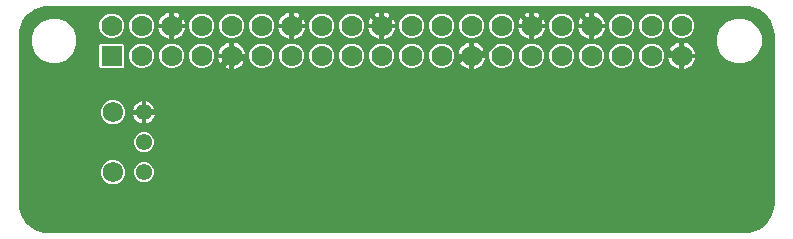
<source format=gbl>
From 57941b1b76ffbdb9a5eeb9fef5e3c2365e3a4b84 Mon Sep 17 00:00:00 2001
From: jaseg <git@jaseg.de>
Date: Sat, 5 Feb 2022 12:34:28 +0100
Subject: Arc approx WIP

---
 examples/inputs/sonopi-digi.GBL | 1815 ---------------------------------------
 1 file changed, 1815 deletions(-)
 delete mode 100644 examples/inputs/sonopi-digi.GBL

(limited to 'examples/inputs/sonopi-digi.GBL')

diff --git a/examples/inputs/sonopi-digi.GBL b/examples/inputs/sonopi-digi.GBL
deleted file mode 100644
index 562a294..0000000
--- a/examples/inputs/sonopi-digi.GBL
+++ /dev/null
@@ -1,1815 +0,0 @@
-G04 EAGLE Gerber RS-274X export*
-G75*
-%MOMM*%
-%FSLAX34Y34*%
-%LPD*%
-%INBottom layer*%
-%IPPOS*%
-%AMOC8*
-5,1,8,0,0,1.08239X$1,22.5*%
-G01*
-%ADD10C,1.381250*%
-%ADD11C,1.725000*%
-%ADD12R,1.778000X1.778000*%
-%ADD13C,1.778000*%
-%ADD14C,0.450000*%
-%ADD15C,0.500000*%
-%ADD16C,0.654800*%
-
-G36*
-X620042Y5087D02*
-X620042Y5087D01*
-X620078Y5084D01*
-X623820Y5378D01*
-X623960Y5410D01*
-X624051Y5424D01*
-X631168Y7737D01*
-X631170Y7738D01*
-X631172Y7738D01*
-X631203Y7754D01*
-X631421Y7861D01*
-X631434Y7872D01*
-X631447Y7879D01*
-X637501Y12278D01*
-X637503Y12279D01*
-X637505Y12280D01*
-X637529Y12305D01*
-X637598Y12371D01*
-X637649Y12415D01*
-X637659Y12431D01*
-X637704Y12474D01*
-X637712Y12488D01*
-X637722Y12499D01*
-X642121Y18553D01*
-X642122Y18555D01*
-X642124Y18557D01*
-X642140Y18588D01*
-X642253Y18802D01*
-X642257Y18818D01*
-X642263Y18832D01*
-X644576Y25949D01*
-X644600Y26091D01*
-X644622Y26180D01*
-X644916Y29922D01*
-X644914Y29963D01*
-X644919Y30000D01*
-X644919Y173000D01*
-X644913Y173042D01*
-X644916Y173078D01*
-X644622Y176820D01*
-X644590Y176960D01*
-X644576Y177051D01*
-X642263Y184168D01*
-X642262Y184170D01*
-X642262Y184172D01*
-X642246Y184203D01*
-X642139Y184421D01*
-X642128Y184434D01*
-X642121Y184447D01*
-X637722Y190501D01*
-X637721Y190503D01*
-X637720Y190505D01*
-X637695Y190529D01*
-X637526Y190704D01*
-X637512Y190712D01*
-X637501Y190722D01*
-X631447Y195121D01*
-X631445Y195122D01*
-X631443Y195124D01*
-X631412Y195140D01*
-X631198Y195253D01*
-X631182Y195257D01*
-X631168Y195263D01*
-X624051Y197576D01*
-X623909Y197600D01*
-X623820Y197622D01*
-X620078Y197916D01*
-X620037Y197914D01*
-X620000Y197919D01*
-X30000Y197919D01*
-X29958Y197913D01*
-X29921Y197916D01*
-X26180Y197622D01*
-X26040Y197590D01*
-X25949Y197576D01*
-X18832Y195263D01*
-X18830Y195262D01*
-X18828Y195262D01*
-X18797Y195246D01*
-X18579Y195139D01*
-X18566Y195128D01*
-X18553Y195121D01*
-X12499Y190722D01*
-X12497Y190721D01*
-X12495Y190720D01*
-X12471Y190695D01*
-X12376Y190603D01*
-X12374Y190602D01*
-X12374Y190601D01*
-X12296Y190526D01*
-X12288Y190512D01*
-X12278Y190501D01*
-X7879Y184447D01*
-X7878Y184445D01*
-X7876Y184443D01*
-X7860Y184412D01*
-X7747Y184198D01*
-X7743Y184182D01*
-X7737Y184168D01*
-X5424Y177051D01*
-X5400Y176910D01*
-X5378Y176820D01*
-X5084Y173078D01*
-X5086Y173037D01*
-X5081Y173000D01*
-X5081Y30000D01*
-X5087Y29958D01*
-X5084Y29922D01*
-X5378Y26180D01*
-X5410Y26040D01*
-X5424Y25949D01*
-X7737Y18832D01*
-X7738Y18830D01*
-X7738Y18828D01*
-X7754Y18797D01*
-X7861Y18579D01*
-X7872Y18566D01*
-X7879Y18553D01*
-X12278Y12499D01*
-X12279Y12497D01*
-X12280Y12495D01*
-X12305Y12471D01*
-X12324Y12450D01*
-X12334Y12435D01*
-X12377Y12396D01*
-X12474Y12296D01*
-X12488Y12288D01*
-X12499Y12278D01*
-X18553Y7879D01*
-X18555Y7878D01*
-X18557Y7876D01*
-X18588Y7860D01*
-X18802Y7747D01*
-X18818Y7743D01*
-X18832Y7737D01*
-X25949Y5424D01*
-X26091Y5400D01*
-X26180Y5378D01*
-X29922Y5084D01*
-X29963Y5086D01*
-X30000Y5081D01*
-X620000Y5081D01*
-X620042Y5087D01*
-G37*
-%LPC*%
-G36*
-X31254Y149169D02*
-X31254Y149169D01*
-X24333Y152036D01*
-X19036Y157333D01*
-X16169Y164254D01*
-X16169Y171746D01*
-X19036Y178667D01*
-X24333Y183964D01*
-X31254Y186831D01*
-X38746Y186831D01*
-X45667Y183964D01*
-X50964Y178667D01*
-X53831Y171746D01*
-X53831Y164254D01*
-X50964Y157333D01*
-X45667Y152036D01*
-X38746Y149169D01*
-X31254Y149169D01*
-G37*
-%LPD*%
-%LPC*%
-G36*
-X611254Y149169D02*
-X611254Y149169D01*
-X604333Y152036D01*
-X599036Y157333D01*
-X596169Y164254D01*
-X596169Y171746D01*
-X599036Y178667D01*
-X604333Y183964D01*
-X611254Y186831D01*
-X618746Y186831D01*
-X625667Y183964D01*
-X630964Y178667D01*
-X633831Y171746D01*
-X633831Y164254D01*
-X630964Y157333D01*
-X625667Y152036D01*
-X618746Y149169D01*
-X611254Y149169D01*
-G37*
-%LPD*%
-%LPC*%
-G36*
-X74178Y144885D02*
-X74178Y144885D01*
-X73285Y145778D01*
-X73285Y164822D01*
-X74178Y165715D01*
-X93222Y165715D01*
-X94115Y164822D01*
-X94115Y145778D01*
-X93222Y144885D01*
-X74178Y144885D01*
-G37*
-%LPD*%
-%LPC*%
-G36*
-X157828Y144885D02*
-X157828Y144885D01*
-X154000Y146471D01*
-X151071Y149400D01*
-X149485Y153228D01*
-X149485Y157372D01*
-X151071Y161200D01*
-X154000Y164129D01*
-X157828Y165715D01*
-X161972Y165715D01*
-X165800Y164129D01*
-X168729Y161200D01*
-X170315Y157372D01*
-X170315Y153228D01*
-X168729Y149400D01*
-X165800Y146471D01*
-X161972Y144885D01*
-X157828Y144885D01*
-G37*
-%LPD*%
-%LPC*%
-G36*
-X208628Y144885D02*
-X208628Y144885D01*
-X204800Y146471D01*
-X201871Y149400D01*
-X200285Y153228D01*
-X200285Y157372D01*
-X201871Y161200D01*
-X204800Y164129D01*
-X208628Y165715D01*
-X212772Y165715D01*
-X216600Y164129D01*
-X219529Y161200D01*
-X221115Y157372D01*
-X221115Y153228D01*
-X219529Y149400D01*
-X216600Y146471D01*
-X212772Y144885D01*
-X208628Y144885D01*
-G37*
-%LPD*%
-%LPC*%
-G36*
-X234028Y144885D02*
-X234028Y144885D01*
-X230200Y146471D01*
-X227271Y149400D01*
-X225685Y153228D01*
-X225685Y157372D01*
-X227271Y161200D01*
-X230200Y164129D01*
-X234028Y165715D01*
-X238172Y165715D01*
-X242000Y164129D01*
-X244929Y161200D01*
-X246515Y157372D01*
-X246515Y153228D01*
-X244929Y149400D01*
-X242000Y146471D01*
-X238172Y144885D01*
-X234028Y144885D01*
-G37*
-%LPD*%
-%LPC*%
-G36*
-X259428Y144885D02*
-X259428Y144885D01*
-X255600Y146471D01*
-X252671Y149400D01*
-X251085Y153228D01*
-X251085Y157372D01*
-X252671Y161200D01*
-X255600Y164129D01*
-X259428Y165715D01*
-X263572Y165715D01*
-X267400Y164129D01*
-X270329Y161200D01*
-X271915Y157372D01*
-X271915Y153228D01*
-X270329Y149400D01*
-X267400Y146471D01*
-X263572Y144885D01*
-X259428Y144885D01*
-G37*
-%LPD*%
-%LPC*%
-G36*
-X284828Y144885D02*
-X284828Y144885D01*
-X281000Y146471D01*
-X278071Y149400D01*
-X276485Y153228D01*
-X276485Y157372D01*
-X278071Y161200D01*
-X281000Y164129D01*
-X284828Y165715D01*
-X288972Y165715D01*
-X292800Y164129D01*
-X295729Y161200D01*
-X297315Y157372D01*
-X297315Y153228D01*
-X295729Y149400D01*
-X292800Y146471D01*
-X288972Y144885D01*
-X284828Y144885D01*
-G37*
-%LPD*%
-%LPC*%
-G36*
-X310228Y144885D02*
-X310228Y144885D01*
-X306400Y146471D01*
-X303471Y149400D01*
-X301885Y153228D01*
-X301885Y157372D01*
-X303471Y161200D01*
-X306400Y164129D01*
-X310228Y165715D01*
-X314372Y165715D01*
-X318200Y164129D01*
-X321129Y161200D01*
-X322715Y157372D01*
-X322715Y153228D01*
-X321129Y149400D01*
-X318200Y146471D01*
-X314372Y144885D01*
-X310228Y144885D01*
-G37*
-%LPD*%
-%LPC*%
-G36*
-X361028Y144885D02*
-X361028Y144885D01*
-X357200Y146471D01*
-X354271Y149400D01*
-X352685Y153228D01*
-X352685Y157372D01*
-X354271Y161200D01*
-X357200Y164129D01*
-X361028Y165715D01*
-X365172Y165715D01*
-X369000Y164129D01*
-X371929Y161200D01*
-X373515Y157372D01*
-X373515Y153228D01*
-X371929Y149400D01*
-X369000Y146471D01*
-X365172Y144885D01*
-X361028Y144885D01*
-G37*
-%LPD*%
-%LPC*%
-G36*
-X538828Y170285D02*
-X538828Y170285D01*
-X535000Y171871D01*
-X532071Y174800D01*
-X530485Y178628D01*
-X530485Y182772D01*
-X532071Y186600D01*
-X535000Y189529D01*
-X538828Y191115D01*
-X542972Y191115D01*
-X546800Y189529D01*
-X549729Y186600D01*
-X551315Y182772D01*
-X551315Y178628D01*
-X549729Y174800D01*
-X546800Y171871D01*
-X542972Y170285D01*
-X538828Y170285D01*
-G37*
-%LPD*%
-%LPC*%
-G36*
-X513428Y170285D02*
-X513428Y170285D01*
-X509600Y171871D01*
-X506671Y174800D01*
-X505085Y178628D01*
-X505085Y182772D01*
-X506671Y186600D01*
-X509600Y189529D01*
-X513428Y191115D01*
-X517572Y191115D01*
-X521400Y189529D01*
-X524329Y186600D01*
-X525915Y182772D01*
-X525915Y178628D01*
-X524329Y174800D01*
-X521400Y171871D01*
-X517572Y170285D01*
-X513428Y170285D01*
-G37*
-%LPD*%
-%LPC*%
-G36*
-X564228Y170285D02*
-X564228Y170285D01*
-X560400Y171871D01*
-X557471Y174800D01*
-X555885Y178628D01*
-X555885Y182772D01*
-X557471Y186600D01*
-X560400Y189529D01*
-X564228Y191115D01*
-X568372Y191115D01*
-X572200Y189529D01*
-X575129Y186600D01*
-X576715Y182772D01*
-X576715Y178628D01*
-X575129Y174800D01*
-X572200Y171871D01*
-X568372Y170285D01*
-X564228Y170285D01*
-G37*
-%LPD*%
-%LPC*%
-G36*
-X462628Y170285D02*
-X462628Y170285D01*
-X458800Y171871D01*
-X455871Y174800D01*
-X454285Y178628D01*
-X454285Y182772D01*
-X455871Y186600D01*
-X458800Y189529D01*
-X462628Y191115D01*
-X466772Y191115D01*
-X470600Y189529D01*
-X473529Y186600D01*
-X475115Y182772D01*
-X475115Y178628D01*
-X473529Y174800D01*
-X470600Y171871D01*
-X466772Y170285D01*
-X462628Y170285D01*
-G37*
-%LPD*%
-%LPC*%
-G36*
-X411828Y170285D02*
-X411828Y170285D01*
-X408000Y171871D01*
-X405071Y174800D01*
-X403485Y178628D01*
-X403485Y182772D01*
-X405071Y186600D01*
-X408000Y189529D01*
-X411828Y191115D01*
-X415972Y191115D01*
-X419800Y189529D01*
-X422729Y186600D01*
-X424315Y182772D01*
-X424315Y178628D01*
-X422729Y174800D01*
-X419800Y171871D01*
-X415972Y170285D01*
-X411828Y170285D01*
-G37*
-%LPD*%
-%LPC*%
-G36*
-X386428Y170285D02*
-X386428Y170285D01*
-X382600Y171871D01*
-X379671Y174800D01*
-X378085Y178628D01*
-X378085Y182772D01*
-X379671Y186600D01*
-X382600Y189529D01*
-X386428Y191115D01*
-X390572Y191115D01*
-X394400Y189529D01*
-X397329Y186600D01*
-X398915Y182772D01*
-X398915Y178628D01*
-X397329Y174800D01*
-X394400Y171871D01*
-X390572Y170285D01*
-X386428Y170285D01*
-G37*
-%LPD*%
-%LPC*%
-G36*
-X361028Y170285D02*
-X361028Y170285D01*
-X357200Y171871D01*
-X354271Y174800D01*
-X352685Y178628D01*
-X352685Y182772D01*
-X354271Y186600D01*
-X357200Y189529D01*
-X361028Y191115D01*
-X365172Y191115D01*
-X369000Y189529D01*
-X371929Y186600D01*
-X373515Y182772D01*
-X373515Y178628D01*
-X371929Y174800D01*
-X369000Y171871D01*
-X365172Y170285D01*
-X361028Y170285D01*
-G37*
-%LPD*%
-%LPC*%
-G36*
-X335628Y170285D02*
-X335628Y170285D01*
-X331800Y171871D01*
-X328871Y174800D01*
-X327285Y178628D01*
-X327285Y182772D01*
-X328871Y186600D01*
-X331800Y189529D01*
-X335628Y191115D01*
-X339772Y191115D01*
-X343600Y189529D01*
-X346529Y186600D01*
-X348115Y182772D01*
-X348115Y178628D01*
-X346529Y174800D01*
-X343600Y171871D01*
-X339772Y170285D01*
-X335628Y170285D01*
-G37*
-%LPD*%
-%LPC*%
-G36*
-X284828Y170285D02*
-X284828Y170285D01*
-X281000Y171871D01*
-X278071Y174800D01*
-X276485Y178628D01*
-X276485Y182772D01*
-X278071Y186600D01*
-X281000Y189529D01*
-X284828Y191115D01*
-X288972Y191115D01*
-X292800Y189529D01*
-X295729Y186600D01*
-X297315Y182772D01*
-X297315Y178628D01*
-X295729Y174800D01*
-X292800Y171871D01*
-X288972Y170285D01*
-X284828Y170285D01*
-G37*
-%LPD*%
-%LPC*%
-G36*
-X259428Y170285D02*
-X259428Y170285D01*
-X255600Y171871D01*
-X252671Y174800D01*
-X251085Y178628D01*
-X251085Y182772D01*
-X252671Y186600D01*
-X255600Y189529D01*
-X259428Y191115D01*
-X263572Y191115D01*
-X267400Y189529D01*
-X270329Y186600D01*
-X271915Y182772D01*
-X271915Y178628D01*
-X270329Y174800D01*
-X267400Y171871D01*
-X263572Y170285D01*
-X259428Y170285D01*
-G37*
-%LPD*%
-%LPC*%
-G36*
-X208628Y170285D02*
-X208628Y170285D01*
-X204800Y171871D01*
-X201871Y174800D01*
-X200285Y178628D01*
-X200285Y182772D01*
-X201871Y186600D01*
-X204800Y189529D01*
-X208628Y191115D01*
-X212772Y191115D01*
-X216600Y189529D01*
-X219529Y186600D01*
-X221115Y182772D01*
-X221115Y178628D01*
-X219529Y174800D01*
-X216600Y171871D01*
-X212772Y170285D01*
-X208628Y170285D01*
-G37*
-%LPD*%
-%LPC*%
-G36*
-X183228Y170285D02*
-X183228Y170285D01*
-X179400Y171871D01*
-X176471Y174800D01*
-X174885Y178628D01*
-X174885Y182772D01*
-X176471Y186600D01*
-X179400Y189529D01*
-X183228Y191115D01*
-X187372Y191115D01*
-X191200Y189529D01*
-X194129Y186600D01*
-X195715Y182772D01*
-X195715Y178628D01*
-X194129Y174800D01*
-X191200Y171871D01*
-X187372Y170285D01*
-X183228Y170285D01*
-G37*
-%LPD*%
-%LPC*%
-G36*
-X157828Y170285D02*
-X157828Y170285D01*
-X154000Y171871D01*
-X151071Y174800D01*
-X149485Y178628D01*
-X149485Y182772D01*
-X151071Y186600D01*
-X154000Y189529D01*
-X157828Y191115D01*
-X161972Y191115D01*
-X165800Y189529D01*
-X168729Y186600D01*
-X170315Y182772D01*
-X170315Y178628D01*
-X168729Y174800D01*
-X165800Y171871D01*
-X161972Y170285D01*
-X157828Y170285D01*
-G37*
-%LPD*%
-%LPC*%
-G36*
-X107028Y170285D02*
-X107028Y170285D01*
-X103200Y171871D01*
-X100271Y174800D01*
-X98685Y178628D01*
-X98685Y182772D01*
-X100271Y186600D01*
-X103200Y189529D01*
-X107028Y191115D01*
-X111172Y191115D01*
-X115000Y189529D01*
-X117929Y186600D01*
-X119515Y182772D01*
-X119515Y178628D01*
-X117929Y174800D01*
-X115000Y171871D01*
-X111172Y170285D01*
-X107028Y170285D01*
-G37*
-%LPD*%
-%LPC*%
-G36*
-X81628Y170285D02*
-X81628Y170285D01*
-X77800Y171871D01*
-X74871Y174800D01*
-X73285Y178628D01*
-X73285Y182772D01*
-X74871Y186600D01*
-X77800Y189529D01*
-X81628Y191115D01*
-X85772Y191115D01*
-X89600Y189529D01*
-X92529Y186600D01*
-X94115Y182772D01*
-X94115Y178628D01*
-X92529Y174800D01*
-X89600Y171871D01*
-X85772Y170285D01*
-X81628Y170285D01*
-G37*
-%LPD*%
-%LPC*%
-G36*
-X411828Y144885D02*
-X411828Y144885D01*
-X408000Y146471D01*
-X405071Y149400D01*
-X403485Y153228D01*
-X403485Y157372D01*
-X405071Y161200D01*
-X408000Y164129D01*
-X411828Y165715D01*
-X415972Y165715D01*
-X419800Y164129D01*
-X422729Y161200D01*
-X424315Y157372D01*
-X424315Y153228D01*
-X422729Y149400D01*
-X419800Y146471D01*
-X415972Y144885D01*
-X411828Y144885D01*
-G37*
-%LPD*%
-%LPC*%
-G36*
-X132428Y144885D02*
-X132428Y144885D01*
-X128600Y146471D01*
-X125671Y149400D01*
-X124085Y153228D01*
-X124085Y157372D01*
-X125671Y161200D01*
-X128600Y164129D01*
-X132428Y165715D01*
-X136572Y165715D01*
-X140400Y164129D01*
-X143329Y161200D01*
-X144915Y157372D01*
-X144915Y153228D01*
-X143329Y149400D01*
-X140400Y146471D01*
-X136572Y144885D01*
-X132428Y144885D01*
-G37*
-%LPD*%
-%LPC*%
-G36*
-X437228Y144885D02*
-X437228Y144885D01*
-X433400Y146471D01*
-X430471Y149400D01*
-X428885Y153228D01*
-X428885Y157372D01*
-X430471Y161200D01*
-X433400Y164129D01*
-X437228Y165715D01*
-X441372Y165715D01*
-X445200Y164129D01*
-X448129Y161200D01*
-X449715Y157372D01*
-X449715Y153228D01*
-X448129Y149400D01*
-X445200Y146471D01*
-X441372Y144885D01*
-X437228Y144885D01*
-G37*
-%LPD*%
-%LPC*%
-G36*
-X462628Y144885D02*
-X462628Y144885D01*
-X458800Y146471D01*
-X455871Y149400D01*
-X454285Y153228D01*
-X454285Y157372D01*
-X455871Y161200D01*
-X458800Y164129D01*
-X462628Y165715D01*
-X466772Y165715D01*
-X470600Y164129D01*
-X473529Y161200D01*
-X475115Y157372D01*
-X475115Y153228D01*
-X473529Y149400D01*
-X470600Y146471D01*
-X466772Y144885D01*
-X462628Y144885D01*
-G37*
-%LPD*%
-%LPC*%
-G36*
-X488028Y144885D02*
-X488028Y144885D01*
-X484200Y146471D01*
-X481271Y149400D01*
-X479685Y153228D01*
-X479685Y157372D01*
-X481271Y161200D01*
-X484200Y164129D01*
-X488028Y165715D01*
-X492172Y165715D01*
-X496000Y164129D01*
-X498929Y161200D01*
-X500515Y157372D01*
-X500515Y153228D01*
-X498929Y149400D01*
-X496000Y146471D01*
-X492172Y144885D01*
-X488028Y144885D01*
-G37*
-%LPD*%
-%LPC*%
-G36*
-X513428Y144885D02*
-X513428Y144885D01*
-X509600Y146471D01*
-X506671Y149400D01*
-X505085Y153228D01*
-X505085Y157372D01*
-X506671Y161200D01*
-X509600Y164129D01*
-X513428Y165715D01*
-X517572Y165715D01*
-X521400Y164129D01*
-X524329Y161200D01*
-X525915Y157372D01*
-X525915Y153228D01*
-X524329Y149400D01*
-X521400Y146471D01*
-X517572Y144885D01*
-X513428Y144885D01*
-G37*
-%LPD*%
-%LPC*%
-G36*
-X538828Y144885D02*
-X538828Y144885D01*
-X535000Y146471D01*
-X532071Y149400D01*
-X530485Y153228D01*
-X530485Y157372D01*
-X532071Y161200D01*
-X535000Y164129D01*
-X538828Y165715D01*
-X542972Y165715D01*
-X546800Y164129D01*
-X549729Y161200D01*
-X551315Y157372D01*
-X551315Y153228D01*
-X549729Y149400D01*
-X546800Y146471D01*
-X542972Y144885D01*
-X538828Y144885D01*
-G37*
-%LPD*%
-%LPC*%
-G36*
-X107028Y144885D02*
-X107028Y144885D01*
-X103200Y146471D01*
-X100271Y149400D01*
-X98685Y153228D01*
-X98685Y157372D01*
-X100271Y161200D01*
-X103200Y164129D01*
-X107028Y165715D01*
-X111172Y165715D01*
-X115000Y164129D01*
-X117929Y161200D01*
-X119515Y157372D01*
-X119515Y153228D01*
-X117929Y149400D01*
-X115000Y146471D01*
-X111172Y144885D01*
-X107028Y144885D01*
-G37*
-%LPD*%
-%LPC*%
-G36*
-X335628Y144885D02*
-X335628Y144885D01*
-X331800Y146471D01*
-X328871Y149400D01*
-X327285Y153228D01*
-X327285Y157372D01*
-X328871Y161200D01*
-X331800Y164129D01*
-X335628Y165715D01*
-X339772Y165715D01*
-X343600Y164129D01*
-X346529Y161200D01*
-X348115Y157372D01*
-X348115Y153228D01*
-X346529Y149400D01*
-X343600Y146471D01*
-X339772Y144885D01*
-X335628Y144885D01*
-G37*
-%LPD*%
-%LPC*%
-G36*
-X82631Y46520D02*
-X82631Y46520D01*
-X78901Y48066D01*
-X76046Y50921D01*
-X74500Y54651D01*
-X74500Y58689D01*
-X76046Y62419D01*
-X78901Y65274D01*
-X82631Y66820D01*
-X86669Y66820D01*
-X90399Y65274D01*
-X93254Y62419D01*
-X94800Y58689D01*
-X94800Y54651D01*
-X93254Y50921D01*
-X90399Y48066D01*
-X86669Y46520D01*
-X82631Y46520D01*
-G37*
-%LPD*%
-%LPC*%
-G36*
-X82631Y97320D02*
-X82631Y97320D01*
-X78901Y98866D01*
-X76046Y101721D01*
-X74500Y105451D01*
-X74500Y109489D01*
-X76046Y113219D01*
-X78901Y116074D01*
-X82631Y117620D01*
-X86669Y117620D01*
-X90399Y116074D01*
-X93254Y113219D01*
-X94800Y109489D01*
-X94800Y105451D01*
-X93254Y101721D01*
-X90399Y98866D01*
-X86669Y97320D01*
-X82631Y97320D01*
-G37*
-%LPD*%
-%LPC*%
-G36*
-X109273Y48239D02*
-X109273Y48239D01*
-X106174Y49523D01*
-X103803Y51894D01*
-X102519Y54993D01*
-X102519Y58347D01*
-X103803Y61446D01*
-X106174Y63817D01*
-X109273Y65101D01*
-X112627Y65101D01*
-X115726Y63817D01*
-X118097Y61446D01*
-X119381Y58347D01*
-X119381Y54993D01*
-X118097Y51894D01*
-X115726Y49523D01*
-X112627Y48239D01*
-X109273Y48239D01*
-G37*
-%LPD*%
-%LPC*%
-G36*
-X109273Y73639D02*
-X109273Y73639D01*
-X106174Y74923D01*
-X103803Y77294D01*
-X102519Y80393D01*
-X102519Y83747D01*
-X103803Y86846D01*
-X106174Y89217D01*
-X109273Y90501D01*
-X112627Y90501D01*
-X115726Y89217D01*
-X118097Y86846D01*
-X119381Y83747D01*
-X119381Y80393D01*
-X118097Y77294D01*
-X115726Y74923D01*
-X112627Y73639D01*
-X109273Y73639D01*
-G37*
-%LPD*%
-%LPC*%
-G36*
-X568299Y157299D02*
-X568299Y157299D01*
-X568299Y166557D01*
-X568977Y166449D01*
-X570688Y165893D01*
-X572291Y165076D01*
-X573747Y164019D01*
-X575019Y162747D01*
-X576076Y161291D01*
-X576893Y159688D01*
-X577449Y157977D01*
-X577557Y157299D01*
-X568299Y157299D01*
-G37*
-%LPD*%
-%LPC*%
-G36*
-X136499Y182699D02*
-X136499Y182699D01*
-X136499Y191957D01*
-X137177Y191849D01*
-X138888Y191293D01*
-X140491Y190476D01*
-X141947Y189419D01*
-X143219Y188147D01*
-X144276Y186691D01*
-X145093Y185088D01*
-X145649Y183377D01*
-X145757Y182699D01*
-X136499Y182699D01*
-G37*
-%LPD*%
-%LPC*%
-G36*
-X441299Y182699D02*
-X441299Y182699D01*
-X441299Y191957D01*
-X441977Y191849D01*
-X443688Y191293D01*
-X445291Y190476D01*
-X446747Y189419D01*
-X448019Y188147D01*
-X449076Y186691D01*
-X449893Y185088D01*
-X450449Y183377D01*
-X450557Y182699D01*
-X441299Y182699D01*
-G37*
-%LPD*%
-%LPC*%
-G36*
-X314299Y182699D02*
-X314299Y182699D01*
-X314299Y191957D01*
-X314977Y191849D01*
-X316688Y191293D01*
-X318291Y190476D01*
-X319747Y189419D01*
-X321019Y188147D01*
-X322076Y186691D01*
-X322893Y185088D01*
-X323449Y183377D01*
-X323557Y182699D01*
-X314299Y182699D01*
-G37*
-%LPD*%
-%LPC*%
-G36*
-X390499Y157299D02*
-X390499Y157299D01*
-X390499Y166557D01*
-X391177Y166449D01*
-X392888Y165893D01*
-X394491Y165076D01*
-X395947Y164019D01*
-X397219Y162747D01*
-X398276Y161291D01*
-X399093Y159688D01*
-X399649Y157977D01*
-X399757Y157299D01*
-X390499Y157299D01*
-G37*
-%LPD*%
-%LPC*%
-G36*
-X492099Y182699D02*
-X492099Y182699D01*
-X492099Y191957D01*
-X492777Y191849D01*
-X494488Y191293D01*
-X496091Y190476D01*
-X497547Y189419D01*
-X498819Y188147D01*
-X499876Y186691D01*
-X500693Y185088D01*
-X501249Y183377D01*
-X501357Y182699D01*
-X492099Y182699D01*
-G37*
-%LPD*%
-%LPC*%
-G36*
-X187299Y157299D02*
-X187299Y157299D01*
-X187299Y166557D01*
-X187977Y166449D01*
-X189688Y165893D01*
-X191291Y165076D01*
-X192747Y164019D01*
-X194019Y162747D01*
-X195076Y161291D01*
-X195893Y159688D01*
-X196449Y157977D01*
-X196557Y157299D01*
-X187299Y157299D01*
-G37*
-%LPD*%
-%LPC*%
-G36*
-X238099Y182699D02*
-X238099Y182699D01*
-X238099Y191957D01*
-X238777Y191849D01*
-X240488Y191293D01*
-X242091Y190476D01*
-X243547Y189419D01*
-X244819Y188147D01*
-X245876Y186691D01*
-X246693Y185088D01*
-X247249Y183377D01*
-X247357Y182699D01*
-X238099Y182699D01*
-G37*
-%LPD*%
-%LPC*%
-G36*
-X314299Y178701D02*
-X314299Y178701D01*
-X323557Y178701D01*
-X323449Y178023D01*
-X322893Y176312D01*
-X322076Y174709D01*
-X321019Y173253D01*
-X319747Y171981D01*
-X318291Y170924D01*
-X316688Y170107D01*
-X314977Y169551D01*
-X314299Y169443D01*
-X314299Y178701D01*
-G37*
-%LPD*%
-%LPC*%
-G36*
-X441299Y178701D02*
-X441299Y178701D01*
-X450557Y178701D01*
-X450449Y178023D01*
-X449893Y176312D01*
-X449076Y174709D01*
-X448019Y173253D01*
-X446747Y171981D01*
-X445291Y170924D01*
-X443688Y170107D01*
-X441977Y169551D01*
-X441299Y169443D01*
-X441299Y178701D01*
-G37*
-%LPD*%
-%LPC*%
-G36*
-X492099Y178701D02*
-X492099Y178701D01*
-X501357Y178701D01*
-X501249Y178023D01*
-X500693Y176312D01*
-X499876Y174709D01*
-X498819Y173253D01*
-X497547Y171981D01*
-X496091Y170924D01*
-X494488Y170107D01*
-X492777Y169551D01*
-X492099Y169443D01*
-X492099Y178701D01*
-G37*
-%LPD*%
-%LPC*%
-G36*
-X136499Y178701D02*
-X136499Y178701D01*
-X145757Y178701D01*
-X145649Y178023D01*
-X145093Y176312D01*
-X144276Y174709D01*
-X143219Y173253D01*
-X141947Y171981D01*
-X140491Y170924D01*
-X138888Y170107D01*
-X137177Y169551D01*
-X136499Y169443D01*
-X136499Y178701D01*
-G37*
-%LPD*%
-%LPC*%
-G36*
-X238099Y178701D02*
-X238099Y178701D01*
-X247357Y178701D01*
-X247249Y178023D01*
-X246693Y176312D01*
-X245876Y174709D01*
-X244819Y173253D01*
-X243547Y171981D01*
-X242091Y170924D01*
-X240488Y170107D01*
-X238777Y169551D01*
-X238099Y169443D01*
-X238099Y178701D01*
-G37*
-%LPD*%
-%LPC*%
-G36*
-X224843Y182699D02*
-X224843Y182699D01*
-X224951Y183377D01*
-X225507Y185088D01*
-X226324Y186691D01*
-X227381Y188147D01*
-X228653Y189419D01*
-X230109Y190476D01*
-X231712Y191293D01*
-X233423Y191849D01*
-X234101Y191957D01*
-X234101Y182699D01*
-X224843Y182699D01*
-G37*
-%LPD*%
-%LPC*%
-G36*
-X478843Y182699D02*
-X478843Y182699D01*
-X478951Y183377D01*
-X479507Y185088D01*
-X480324Y186691D01*
-X481381Y188147D01*
-X482653Y189419D01*
-X484109Y190476D01*
-X485712Y191293D01*
-X487423Y191849D01*
-X488101Y191957D01*
-X488101Y182699D01*
-X478843Y182699D01*
-G37*
-%LPD*%
-%LPC*%
-G36*
-X301043Y182699D02*
-X301043Y182699D01*
-X301151Y183377D01*
-X301707Y185088D01*
-X302524Y186691D01*
-X303581Y188147D01*
-X304853Y189419D01*
-X306309Y190476D01*
-X307912Y191293D01*
-X309623Y191849D01*
-X310301Y191957D01*
-X310301Y182699D01*
-X301043Y182699D01*
-G37*
-%LPD*%
-%LPC*%
-G36*
-X428043Y182699D02*
-X428043Y182699D01*
-X428151Y183377D01*
-X428707Y185088D01*
-X429524Y186691D01*
-X430581Y188147D01*
-X431853Y189419D01*
-X433309Y190476D01*
-X434912Y191293D01*
-X436623Y191849D01*
-X437301Y191957D01*
-X437301Y182699D01*
-X428043Y182699D01*
-G37*
-%LPD*%
-%LPC*%
-G36*
-X123243Y182699D02*
-X123243Y182699D01*
-X123351Y183377D01*
-X123907Y185088D01*
-X124724Y186691D01*
-X125781Y188147D01*
-X127053Y189419D01*
-X128509Y190476D01*
-X130112Y191293D01*
-X131823Y191849D01*
-X132501Y191957D01*
-X132501Y182699D01*
-X123243Y182699D01*
-G37*
-%LPD*%
-%LPC*%
-G36*
-X555043Y157299D02*
-X555043Y157299D01*
-X555151Y157977D01*
-X555707Y159688D01*
-X556524Y161291D01*
-X557581Y162747D01*
-X558853Y164019D01*
-X560309Y165076D01*
-X561912Y165893D01*
-X563623Y166449D01*
-X564301Y166557D01*
-X564301Y157299D01*
-X555043Y157299D01*
-G37*
-%LPD*%
-%LPC*%
-G36*
-X174043Y157299D02*
-X174043Y157299D01*
-X174151Y157977D01*
-X174707Y159688D01*
-X175524Y161291D01*
-X176581Y162747D01*
-X177853Y164019D01*
-X179309Y165076D01*
-X180912Y165893D01*
-X182623Y166449D01*
-X183301Y166557D01*
-X183301Y157299D01*
-X174043Y157299D01*
-G37*
-%LPD*%
-%LPC*%
-G36*
-X568299Y153301D02*
-X568299Y153301D01*
-X577557Y153301D01*
-X577449Y152623D01*
-X576893Y150912D01*
-X576076Y149309D01*
-X575019Y147853D01*
-X573747Y146581D01*
-X572291Y145524D01*
-X570688Y144707D01*
-X568977Y144151D01*
-X568299Y144043D01*
-X568299Y153301D01*
-G37*
-%LPD*%
-%LPC*%
-G36*
-X390499Y153301D02*
-X390499Y153301D01*
-X399757Y153301D01*
-X399649Y152623D01*
-X399093Y150912D01*
-X398276Y149309D01*
-X397219Y147853D01*
-X395947Y146581D01*
-X394491Y145524D01*
-X392888Y144707D01*
-X391177Y144151D01*
-X390499Y144043D01*
-X390499Y153301D01*
-G37*
-%LPD*%
-%LPC*%
-G36*
-X377243Y157299D02*
-X377243Y157299D01*
-X377351Y157977D01*
-X377907Y159688D01*
-X378724Y161291D01*
-X379781Y162747D01*
-X381053Y164019D01*
-X382509Y165076D01*
-X384112Y165893D01*
-X385823Y166449D01*
-X386501Y166557D01*
-X386501Y157299D01*
-X377243Y157299D01*
-G37*
-%LPD*%
-%LPC*%
-G36*
-X187299Y153301D02*
-X187299Y153301D01*
-X196557Y153301D01*
-X196449Y152623D01*
-X195893Y150912D01*
-X195076Y149309D01*
-X194019Y147853D01*
-X192747Y146581D01*
-X191291Y145524D01*
-X189688Y144707D01*
-X187977Y144151D01*
-X187299Y144043D01*
-X187299Y153301D01*
-G37*
-%LPD*%
-%LPC*%
-G36*
-X487423Y169551D02*
-X487423Y169551D01*
-X485712Y170107D01*
-X484109Y170924D01*
-X482653Y171981D01*
-X481381Y173253D01*
-X480324Y174709D01*
-X479507Y176312D01*
-X478951Y178023D01*
-X478843Y178701D01*
-X488101Y178701D01*
-X488101Y169443D01*
-X487423Y169551D01*
-G37*
-%LPD*%
-%LPC*%
-G36*
-X131823Y169551D02*
-X131823Y169551D01*
-X130112Y170107D01*
-X128509Y170924D01*
-X127053Y171981D01*
-X125781Y173253D01*
-X124724Y174709D01*
-X123907Y176312D01*
-X123351Y178023D01*
-X123243Y178701D01*
-X132501Y178701D01*
-X132501Y169443D01*
-X131823Y169551D01*
-G37*
-%LPD*%
-%LPC*%
-G36*
-X233423Y169551D02*
-X233423Y169551D01*
-X231712Y170107D01*
-X230109Y170924D01*
-X228653Y171981D01*
-X227381Y173253D01*
-X226324Y174709D01*
-X225507Y176312D01*
-X224951Y178023D01*
-X224843Y178701D01*
-X234101Y178701D01*
-X234101Y169443D01*
-X233423Y169551D01*
-G37*
-%LPD*%
-%LPC*%
-G36*
-X309623Y169551D02*
-X309623Y169551D01*
-X307912Y170107D01*
-X306309Y170924D01*
-X304853Y171981D01*
-X303581Y173253D01*
-X302524Y174709D01*
-X301707Y176312D01*
-X301151Y178023D01*
-X301043Y178701D01*
-X310301Y178701D01*
-X310301Y169443D01*
-X309623Y169551D01*
-G37*
-%LPD*%
-%LPC*%
-G36*
-X436623Y169551D02*
-X436623Y169551D01*
-X434912Y170107D01*
-X433309Y170924D01*
-X431853Y171981D01*
-X430581Y173253D01*
-X429524Y174709D01*
-X428707Y176312D01*
-X428151Y178023D01*
-X428043Y178701D01*
-X437301Y178701D01*
-X437301Y169443D01*
-X436623Y169551D01*
-G37*
-%LPD*%
-%LPC*%
-G36*
-X182623Y144151D02*
-X182623Y144151D01*
-X180912Y144707D01*
-X179309Y145524D01*
-X177853Y146581D01*
-X176581Y147853D01*
-X175524Y149309D01*
-X174707Y150912D01*
-X174151Y152623D01*
-X174043Y153301D01*
-X183301Y153301D01*
-X183301Y144043D01*
-X182623Y144151D01*
-G37*
-%LPD*%
-%LPC*%
-G36*
-X563623Y144151D02*
-X563623Y144151D01*
-X561912Y144707D01*
-X560309Y145524D01*
-X558853Y146581D01*
-X557581Y147853D01*
-X556524Y149309D01*
-X555707Y150912D01*
-X555151Y152623D01*
-X555043Y153301D01*
-X564301Y153301D01*
-X564301Y144043D01*
-X563623Y144151D01*
-G37*
-%LPD*%
-%LPC*%
-G36*
-X385823Y144151D02*
-X385823Y144151D01*
-X384112Y144707D01*
-X382509Y145524D01*
-X381053Y146581D01*
-X379781Y147853D01*
-X378724Y149309D01*
-X377907Y150912D01*
-X377351Y152623D01*
-X377243Y153301D01*
-X386501Y153301D01*
-X386501Y144043D01*
-X385823Y144151D01*
-G37*
-%LPD*%
-%LPC*%
-G36*
-X112949Y109469D02*
-X112949Y109469D01*
-X112949Y116718D01*
-X113162Y116684D01*
-X114576Y116225D01*
-X115901Y115550D01*
-X117104Y114676D01*
-X118156Y113624D01*
-X119030Y112421D01*
-X119705Y111096D01*
-X120164Y109682D01*
-X120198Y109469D01*
-X112949Y109469D01*
-G37*
-%LPD*%
-%LPC*%
-G36*
-X101702Y109469D02*
-X101702Y109469D01*
-X101736Y109682D01*
-X102195Y111096D01*
-X102870Y112421D01*
-X103744Y113624D01*
-X104796Y114676D01*
-X105999Y115550D01*
-X107324Y116225D01*
-X108738Y116684D01*
-X108951Y116718D01*
-X108951Y109469D01*
-X101702Y109469D01*
-G37*
-%LPD*%
-%LPC*%
-G36*
-X112949Y105471D02*
-X112949Y105471D01*
-X120198Y105471D01*
-X120164Y105258D01*
-X119705Y103844D01*
-X119030Y102519D01*
-X118156Y101316D01*
-X117104Y100264D01*
-X115901Y99390D01*
-X114576Y98715D01*
-X113162Y98256D01*
-X112949Y98222D01*
-X112949Y105471D01*
-G37*
-%LPD*%
-%LPC*%
-G36*
-X108738Y98256D02*
-X108738Y98256D01*
-X107324Y98715D01*
-X105999Y99390D01*
-X104796Y100264D01*
-X103744Y101316D01*
-X102870Y102519D01*
-X102195Y103844D01*
-X101736Y105258D01*
-X101702Y105471D01*
-X108951Y105471D01*
-X108951Y98222D01*
-X108738Y98256D01*
-G37*
-%LPD*%
-%LPC*%
-G36*
-X388499Y155299D02*
-X388499Y155299D01*
-X388499Y155301D01*
-X388501Y155301D01*
-X388501Y155299D01*
-X388499Y155299D01*
-G37*
-%LPD*%
-%LPC*%
-G36*
-X134499Y180699D02*
-X134499Y180699D01*
-X134499Y180701D01*
-X134501Y180701D01*
-X134501Y180699D01*
-X134499Y180699D01*
-G37*
-%LPD*%
-%LPC*%
-G36*
-X185299Y155299D02*
-X185299Y155299D01*
-X185299Y155301D01*
-X185301Y155301D01*
-X185301Y155299D01*
-X185299Y155299D01*
-G37*
-%LPD*%
-%LPC*%
-G36*
-X110949Y107469D02*
-X110949Y107469D01*
-X110949Y107471D01*
-X110951Y107471D01*
-X110951Y107469D01*
-X110949Y107469D01*
-G37*
-%LPD*%
-%LPC*%
-G36*
-X490099Y180699D02*
-X490099Y180699D01*
-X490099Y180701D01*
-X490101Y180701D01*
-X490101Y180699D01*
-X490099Y180699D01*
-G37*
-%LPD*%
-%LPC*%
-G36*
-X236099Y180699D02*
-X236099Y180699D01*
-X236099Y180701D01*
-X236101Y180701D01*
-X236101Y180699D01*
-X236099Y180699D01*
-G37*
-%LPD*%
-%LPC*%
-G36*
-X566299Y155299D02*
-X566299Y155299D01*
-X566299Y155301D01*
-X566301Y155301D01*
-X566301Y155299D01*
-X566299Y155299D01*
-G37*
-%LPD*%
-%LPC*%
-G36*
-X439299Y180699D02*
-X439299Y180699D01*
-X439299Y180701D01*
-X439301Y180701D01*
-X439301Y180699D01*
-X439299Y180699D01*
-G37*
-%LPD*%
-%LPC*%
-G36*
-X312299Y180699D02*
-X312299Y180699D01*
-X312299Y180701D01*
-X312301Y180701D01*
-X312301Y180699D01*
-X312299Y180699D01*
-G37*
-%LPD*%
-D10*
-X110950Y107470D03*
-X110950Y82070D03*
-X110950Y56670D03*
-D11*
-X84650Y107470D03*
-X84650Y56670D03*
-D12*
-X83700Y155300D03*
-D13*
-X83700Y180700D03*
-X109100Y155300D03*
-X109100Y180700D03*
-X134500Y155300D03*
-X134500Y180700D03*
-X159900Y155300D03*
-X159900Y180700D03*
-X185300Y155300D03*
-X185300Y180700D03*
-X210700Y155300D03*
-X210700Y180700D03*
-X236100Y155300D03*
-X236100Y180700D03*
-X261500Y155300D03*
-X261500Y180700D03*
-X286900Y155300D03*
-X286900Y180700D03*
-X312300Y155300D03*
-X312300Y180700D03*
-X337700Y155300D03*
-X337700Y180700D03*
-X363100Y155300D03*
-X363100Y180700D03*
-X388500Y155300D03*
-X388500Y180700D03*
-X413900Y155300D03*
-X413900Y180700D03*
-X439300Y155300D03*
-X439300Y180700D03*
-X464700Y155300D03*
-X464700Y180700D03*
-X490100Y155300D03*
-X490100Y180700D03*
-X515500Y155300D03*
-X515500Y180700D03*
-X540900Y155300D03*
-X540900Y180700D03*
-X566300Y155300D03*
-X566300Y180700D03*
-D14*
-X396617Y155927D02*
-X388500Y155300D01*
-X558183Y155927D02*
-X566300Y155300D01*
-X408654Y167964D02*
-X396617Y155927D01*
-X546146Y167964D02*
-X558183Y155927D01*
-X546146Y167964D02*
-X408654Y167964D01*
-X149470Y195670D02*
-X134500Y180700D01*
-X297330Y195670D02*
-X312300Y180700D01*
-X251070Y195670D02*
-X149470Y195670D01*
-X251070Y195670D02*
-X297330Y195670D01*
-X312300Y180700D02*
-X327270Y195670D01*
-X424330Y195670D02*
-X439300Y180700D01*
-X424330Y195670D02*
-X327270Y195670D01*
-X439300Y180700D02*
-X454270Y195670D01*
-X475130Y195670D02*
-X490100Y180700D01*
-X475130Y195670D02*
-X454270Y195670D01*
-X388500Y155300D02*
-X381010Y155300D01*
-X368346Y142636D01*
-X205454Y142636D02*
-X192790Y155300D01*
-X185300Y155300D01*
-X236100Y180700D02*
-X251070Y195670D01*
-D15*
-X185300Y155300D02*
-X137470Y107470D01*
-X110950Y107470D01*
-D14*
-X205454Y142636D02*
-X368346Y142636D01*
-D16*
-X340360Y85090D03*
-X353060Y85090D03*
-X365760Y85090D03*
-X378460Y85090D03*
-X392430Y85090D03*
-X406400Y85090D03*
-X421640Y85090D03*
-X271780Y114300D03*
-X271780Y101600D03*
-X284480Y101600D03*
-X278130Y88900D03*
-X271780Y76200D03*
-X284480Y76200D03*
-X290830Y88900D03*
-X297180Y76200D03*
-X233680Y127000D03*
-X208280Y127000D03*
-X220980Y134620D03*
-X220980Y121920D03*
-X182880Y127000D03*
-X195580Y134620D03*
-X195580Y121920D03*
-X170180Y134620D03*
-X170180Y121920D03*
-X157480Y127000D03*
-M02*
-- 
cgit 


</source>
